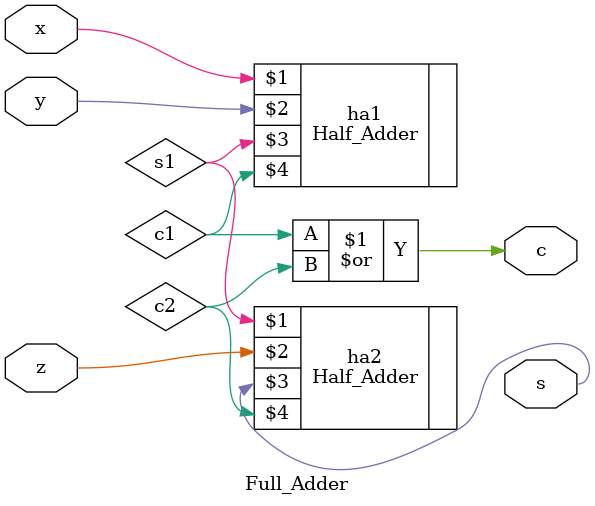
<source format=v>
`timescale 1ns / 1ps
module Full_Adder(
    input x,
    input y,
    input z,
    output s,
    output c
    );
	 wire s1, c1, c2;
	 Half_Adder ha1(x, y, s1, c1);
	 Half_Adder ha2(s1, z, s, c2);
	 or(c, c1, c2);
endmodule

</source>
